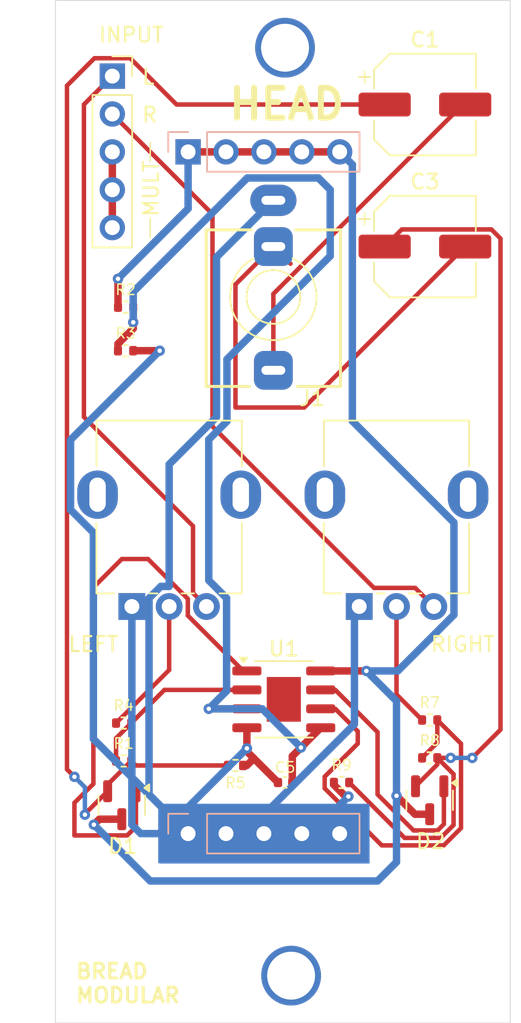
<source format=kicad_pcb>
(kicad_pcb (version 20240108) (generator "pcbnew") (generator_version "8.0")
  (layers (0 "F.Cu" signal) (31 "B.Cu" signal) (34 "B.Paste" user) (35 "F.Paste" user) (36 "B.SilkS" user "B.Silkscreen") (37 "F.SilkS" user "F.Silkscreen") (38 "B.Mask" user) (39 "F.Mask" user) (44 "Edge.Cuts" user))
  (net 0 "")
  (net 1 "GND")
  (net 2 "+5V")
  (net 3 "Net-(C1-Pad1)")
  (net 4 "OUT_L")
  (net 5 "Net-(C3-Pad1)")
  (net 6 "OUT_R")
  (net 7 "+2.5V")
  (net 8 "Net-(D1-K-Pad1)")
  (net 9 "Net-(D2-K-Pad1)")
  (net 10 "Net-(INPUT1-Pin_3)")
  (net 11 "IN_L")
  (net 12 "IN_R")
  (net 13 "Net-(U1A--)")
  (net 14 "Net-(R4-Pad1)")
  (net 15 "Net-(U1B--)")
  (net 16 "Net-(R7-Pad1)")
  (footprint "Resistor_SMD:R_0402_1005Metric" (layer "F.Cu") (at 51.689 64.135)
    (property "Reference" "R3" (at 0 -1.17 0) (layer "F.SilkS") (effects (font (size 0.7 0.7) (thickness 0.1))))
    (property "Value" "1k")
    (fp_line (start -0.153641 -0.38) (end 0.153641 -0.38) (stroke (width 0.12)) (layer "F.SilkS"))
    (fp_line (start -0.153641 0.38) (end 0.153641 0.38) (stroke (width 0.12)) (layer "F.SilkS"))
    (pad "1" smd roundrect (at -0.51 0) (size 0.54 0.64) (layers "F.Cu" "F.Paste" "F.Mask") (net 7 "+2.5V"))
    (pad "2" smd roundrect (at 0.51 0) (size 0.54 0.64) (layers "F.Cu" "F.Paste" "F.Mask") (net 1 "GND"))
  )
  (footprint "Resistor_SMD:R_0402_1005Metric" (layer "F.Cu") (at 72.075 88.9)
    (property "Reference" "R7" (at 0 -1.17 0) (layer "F.SilkS") (effects (font (size 0.7 0.7) (thickness 0.1))))
    (property "Value" "100k")
    (fp_line (start -0.153641 -0.38) (end 0.153641 -0.38) (stroke (width 0.12)) (layer "F.SilkS"))
    (fp_line (start -0.153641 0.38) (end 0.153641 0.38) (stroke (width 0.12)) (layer "F.SilkS"))
    (pad "1" smd roundrect (at -0.51 0) (size 0.54 0.64) (layers "F.Cu" "F.Paste" "F.Mask") (net 16 "Net-(R7-Pad1)"))
    (pad "2" smd roundrect (at 0.51 0) (size 0.54 0.64) (layers "F.Cu" "F.Paste" "F.Mask") (net 15 "Net-(U1B--)"))
  )
  (footprint "BreadModular_Pots:Potentiometer_RV09" (layer "F.Cu") (at 67.35 81.29 90)
    (property "Reference" "RIGHT" (at -2.53 6.945 180) (layer "F.SilkS"))
    (property "Value" "50k")
    (fp_line (start 0.88 -2.38) (end 5.6 -2.38) (stroke (width 0.12)) (layer "F.SilkS"))
    (fp_line (start 9.41 -2.37) (end 12.47 -2.37) (stroke (width 0.12)) (layer "F.SilkS"))
    (fp_line (start 0.88 -1.19) (end 0.88 -2.37) (stroke (width 0.12)) (layer "F.SilkS"))
    (fp_line (start 0.88 1.71) (end 0.88 1.18) (stroke (width 0.12)) (layer "F.SilkS"))
    (fp_line (start 0.88 4.16) (end 0.88 3.33) (stroke (width 0.12)) (layer "F.SilkS"))
    (fp_line (start 12.47 7.37) (end 12.47 -2.37) (stroke (width 0.12)) (layer "F.SilkS"))
    (fp_line (start 9.41 7.37) (end 12.47 7.37) (stroke (width 0.12)) (layer "F.SilkS"))
    (fp_line (start 0.88 7.37) (end 0.88 5.88) (stroke (width 0.12)) (layer "F.SilkS"))
    (fp_line (start 0.88 7.37) (end 5.6 7.37) (stroke (width 0.12)) (layer "F.SilkS"))
    (pad "" thru_hole oval (at 7.5 -2.3 180) (size 2.72 3.24) (drill oval 1.1 2.3) (layers "*.Cu" "*.Mask"))
    (pad "" thru_hole oval (at 7.5 7.3 180) (size 2.72 3.24) (drill oval 1.1 2.3) (layers "*.Cu" "*.Mask"))
    (pad "1" thru_hole rect (at 0 0 180) (size 1.8 1.8) (drill 1) (layers "*.Cu" "*.Mask") (net 1 "GND"))
    (pad "2" thru_hole circle (at 0 2.5 180) (size 1.8 1.8) (drill 1) (layers "*.Cu" "*.Mask") (net 16 "Net-(R7-Pad1)"))
    (pad "3" thru_hole circle (at 0 5 180) (size 1.8 1.8) (drill 1) (layers "*.Cu" "*.Mask") (net 12 "IN_R"))
  )
  (footprint "Connector_PinSocket_2.54mm:PinSocket_1x05_P2.54mm_Vertical" (layer "F.Cu") (at 50.8 45.72)
    (property "Reference" "INPUT" (at 1.27 -2.77 0) (layer "F.SilkS"))
    (property "Value" "Conn_01x05_Socket")
    (fp_line (start -1.33 1.27) (end -1.33 11.49) (stroke (width 0.12)) (layer "F.SilkS"))
    (fp_line (start -1.33 1.27) (end 1.33 1.27) (stroke (width 0.12)) (layer "F.SilkS"))
    (fp_line (start -1.33 11.49) (end 1.33 11.49) (stroke (width 0.12)) (layer "F.SilkS"))
    (fp_line (start 0 -1.33) (end 1.33 -1.33) (stroke (width 0.12)) (layer "F.SilkS"))
    (fp_line (start 1.33 -1.33) (end 1.33 0) (stroke (width 0.12)) (layer "F.SilkS"))
    (fp_line (start 1.33 1.27) (end 1.33 11.49) (stroke (width 0.12)) (layer "F.SilkS"))
    (pad "1" thru_hole rect (at 0 0) (size 1.7 1.7) (drill 1) (layers "*.Cu" "*.Mask") (net 11 "IN_L"))
    (pad "2" thru_hole oval (at 0 2.54) (size 1.7 1.7) (drill 1) (layers "*.Cu" "*.Mask") (net 12 "IN_R"))
    (pad "3" thru_hole oval (at 0 5.08) (size 1.7 1.7) (drill 1) (layers "*.Cu" "*.Mask") (net 10 "Net-(INPUT1-Pin_3)"))
    (pad "4" thru_hole oval (at 0 7.62) (size 1.7 1.7) (drill 1) (layers "*.Cu" "*.Mask") (net 10 "Net-(INPUT1-Pin_3)"))
    (pad "5" thru_hole oval (at 0 10.16) (size 1.7 1.7) (drill 1) (layers "*.Cu" "*.Mask") (net 10 "Net-(INPUT1-Pin_3)"))
  )
  (footprint "BreadModular_AudioJacks:Jack_3.5mm_QingPu_WQP-PJ366ST_Vertical" (layer "F.Cu") (at 61.595 60.53 180)
    (property "Reference" "J1" (at -2.6 -6.8 360) (layer "F.SilkS"))
    (property "Value" "AudioJack3")
    (fp_line (start 4.5 4.5) (end 4.5 -6) (stroke (width 0.2)) (layer "F.SilkS"))
    (fp_line (start 1.6 -6) (end 4.5 -6) (stroke (width 0.2)) (layer "F.SilkS"))
    (fp_line (start 1.5 4.5) (end 4.5 4.5) (stroke (width 0.2)) (layer "F.SilkS"))
    (fp_line (start -4.5 4.5) (end -1.5 4.5) (stroke (width 0.2)) (layer "F.SilkS"))
    (fp_line (start -4.5 4.5) (end -4.5 -6) (stroke (width 0.2)) (layer "F.SilkS"))
    (fp_line (start -4.5 -6) (end -1.6 -6) (stroke (width 0.2)) (layer "F.SilkS"))
    (fp_arc (start 0 -2.895) (mid 2.817353 -0.665994) (end 1.296263 2.588577) (stroke (width 0.12)) (layer "F.SilkS"))
    (fp_arc (start -1.296263 2.588577) (mid -2.817353 -0.665994) (end 0 -2.895) (stroke (width 0.12)) (layer "F.SilkS"))
    (fp_circle (center 0 0) (end -1.8 0) (stroke (width 0.12)) (fill none) (layer "F.SilkS"))
    (pad "R" thru_hole roundrect (at 0 3.38 180) (size 2.6 2.6) (drill oval 1.6 0.6) (layers "*.Cu" "*.Mask") (net 6 "OUT_R"))
    (pad "S" thru_hole oval (at 0 6.48 180) (size 3.1 2.1) (drill oval 1.6 0.6) (layers "*.Cu" "*.Mask") (net 1 "GND"))
    (pad "T" thru_hole roundrect (at 0 -4.92 180) (size 2.6 2.6) (drill oval 1.6 0.6) (layers "*.Cu" "*.Mask") (net 4 "OUT_L"))
  )
  (footprint "Resistor_SMD:R_0402_1005Metric" (layer "F.Cu") (at 66.165 93.091)
    (property "Reference" "R9" (at 0 -1.17 0) (layer "F.SilkS") (effects (font (size 0.7 0.7) (thickness 0.1))))
    (property "Value" "110")
    (fp_line (start -0.153641 -0.38) (end 0.153641 -0.38) (stroke (width 0.12)) (layer "F.SilkS"))
    (fp_line (start -0.153641 0.38) (end 0.153641 0.38) (stroke (width 0.12)) (layer "F.SilkS"))
    (pad "1" smd roundrect (at -0.51 0) (size 0.54 0.64) (layers "F.Cu" "F.Paste" "F.Mask") (net 1 "GND"))
    (pad "2" smd roundrect (at 0.51 0) (size 0.54 0.64) (layers "F.Cu" "F.Paste" "F.Mask") (net 5 "Net-(C3-Pad1)"))
  )
  (footprint "Capacitor_SMD:CP_Elec_6.3x7.7" (layer "F.Cu") (at 71.755 57.15)
    (property "Reference" "C3" (at 0 -4.35 360) (layer "F.SilkS"))
    (property "Value" "470uf")
    (fp_line (start -4.4375 -1.8475) (end -3.65 -1.8475) (stroke (width 0.12)) (layer "F.SilkS"))
    (fp_line (start -4.04375 -2.24125) (end -4.04375 -1.45375) (stroke (width 0.12)) (layer "F.SilkS"))
    (fp_line (start -3.41 -2.345563) (end -3.41 -1.06) (stroke (width 0.12)) (layer "F.SilkS"))
    (fp_line (start -3.41 -2.345563) (end -2.345563 -3.41) (stroke (width 0.12)) (layer "F.SilkS"))
    (fp_line (start -3.41 2.345563) (end -3.41 1.06) (stroke (width 0.12)) (layer "F.SilkS"))
    (fp_line (start -3.41 2.345563) (end -2.345563 3.41) (stroke (width 0.12)) (layer "F.SilkS"))
    (fp_line (start -2.345563 -3.41) (end 3.41 -3.41) (stroke (width 0.12)) (layer "F.SilkS"))
    (fp_line (start -2.345563 3.41) (end 3.41 3.41) (stroke (width 0.12)) (layer "F.SilkS"))
    (fp_line (start 3.41 -3.41) (end 3.41 -1.06) (stroke (width 0.12)) (layer "F.SilkS"))
    (fp_line (start 3.41 3.41) (end 3.41 1.06) (stroke (width 0.12)) (layer "F.SilkS"))
    (pad "1" smd roundrect (at -2.7 0) (size 3.5 1.6) (layers "F.Cu" "F.Paste" "F.Mask") (roundrect_rratio 0.15625) (net 5 "Net-(C3-Pad1)"))
    (pad "2" smd roundrect (at 2.7 0) (size 3.5 1.6) (layers "F.Cu" "F.Paste" "F.Mask") (roundrect_rratio 0.15625) (net 6 "OUT_R"))
  )
  (footprint "Resistor_SMD:R_0402_1005Metric" (layer "F.Cu") (at 51.691 61.214)
    (property "Reference" "R2" (at 0 -1.17 0) (layer "F.SilkS") (effects (font (size 0.7 0.7) (thickness 0.1))))
    (property "Value" "1k")
    (fp_line (start -0.153641 -0.38) (end 0.153641 -0.38) (stroke (width 0.12)) (layer "F.SilkS"))
    (fp_line (start -0.153641 0.38) (end 0.153641 0.38) (stroke (width 0.12)) (layer "F.SilkS"))
    (pad "1" smd roundrect (at -0.51 0) (size 0.54 0.64) (layers "F.Cu" "F.Paste" "F.Mask") (net 2 "+5V"))
    (pad "2" smd roundrect (at 0.51 0) (size 0.54 0.64) (layers "F.Cu" "F.Paste" "F.Mask") (net 7 "+2.5V"))
  )
  (footprint "Resistor_SMD:R_0402_1005Metric" (layer "F.Cu") (at 51.56 91.6455)
    (property "Reference" "R1" (at 0 -1.17 0) (layer "F.SilkS") (effects (font (size 0.7 0.7) (thickness 0.1))))
    (property "Value" "22k")
    (fp_line (start -0.153641 -0.38) (end 0.153641 -0.38) (stroke (width 0.12)) (layer "F.SilkS"))
    (fp_line (start -0.153641 0.38) (end 0.153641 0.38) (stroke (width 0.12)) (layer "F.SilkS"))
    (pad "1" smd roundrect (at -0.51 0) (size 0.54 0.64) (layers "F.Cu" "F.Paste" "F.Mask") (net 13 "Net-(U1A--)"))
    (pad "2" smd roundrect (at 0.51 0) (size 0.54 0.64) (layers "F.Cu" "F.Paste" "F.Mask") (net 3 "Net-(C1-Pad1)"))
  )
  (footprint "Package_SO:SOIC-8-1EP_3.9x4.9mm_P1.27mm_EP2.29x3mm" (layer "F.Cu") (at 62.295 87.515)
    (property "Reference" "U1" (at 0 -3.4 0) (layer "F.SilkS"))
    (property "Value" "MCP6002-xSN")
    (fp_line (start 0 -2.56) (end -1.95 -2.56) (stroke (width 0.12)) (layer "F.SilkS"))
    (fp_line (start 0 -2.56) (end 1.95 -2.56) (stroke (width 0.12)) (layer "F.SilkS"))
    (fp_line (start 0 2.56) (end -1.95 2.56) (stroke (width 0.12)) (layer "F.SilkS"))
    (fp_line (start 0 2.56) (end 1.95 2.56) (stroke (width 0.12)) (layer "F.SilkS"))
    (fp_poly (pts (xy -2.7 -2.465) (xy -2.94 -2.795) (xy -2.46 -2.795) (xy -2.7 -2.465)) (stroke (width 0.12)) (fill solid) (layer "F.SilkS"))
    (pad "1" smd roundrect (at -2.475 -1.905) (size 1.95 0.6) (layers "F.Cu" "F.Paste" "F.Mask") (net 8 "Net-(D1-K-Pad1)"))
    (pad "2" smd roundrect (at -2.475 -0.635) (size 1.95 0.6) (layers "F.Cu" "F.Paste" "F.Mask") (net 13 "Net-(U1A--)"))
    (pad "3" smd roundrect (at -2.475 0.635) (size 1.95 0.6) (layers "F.Cu" "F.Paste" "F.Mask") (net 7 "+2.5V"))
    (pad "4" smd roundrect (at -2.475 1.905) (size 1.95 0.6) (layers "F.Cu" "F.Paste" "F.Mask") (net 1 "GND"))
    (pad "5" smd roundrect (at 2.475 1.905) (size 1.95 0.6) (layers "F.Cu" "F.Paste" "F.Mask") (net 7 "+2.5V"))
    (pad "6" smd roundrect (at 2.475 0.635) (size 1.95 0.6) (layers "F.Cu" "F.Paste" "F.Mask") (net 15 "Net-(U1B--)"))
    (pad "7" smd roundrect (at 2.475 -0.635) (size 1.95 0.6) (layers "F.Cu" "F.Paste" "F.Mask") (net 9 "Net-(D2-K-Pad1)"))
    (pad "8" smd roundrect (at 2.475 -1.905) (size 1.95 0.6) (layers "F.Cu" "F.Paste" "F.Mask") (net 2 "+5V"))
    (pad "9" smd rect (at 0 0) (size 2.29 3) (property pad_prop_heatsink) (layers "F.Cu" "F.Mask"))
  )
  (footprint "Resistor_SMD:R_0402_1005Metric" (layer "F.Cu") (at 51.56 89.1055)
    (property "Reference" "R4" (at 0 -1.17 0) (layer "F.SilkS") (effects (font (size 0.7 0.7) (thickness 0.1))))
    (property "Value" "100k")
    (fp_line (start -0.153641 -0.38) (end 0.153641 -0.38) (stroke (width 0.12)) (layer "F.SilkS"))
    (fp_line (start -0.153641 0.38) (end 0.153641 0.38) (stroke (width 0.12)) (layer "F.SilkS"))
    (pad "1" smd roundrect (at -0.51 0) (size 0.54 0.64) (layers "F.Cu" "F.Paste" "F.Mask") (net 14 "Net-(R4-Pad1)"))
    (pad "2" smd roundrect (at 0.51 0) (size 0.54 0.64) (layers "F.Cu" "F.Paste" "F.Mask") (net 13 "Net-(U1A--)"))
  )
  (footprint "Resistor_SMD:R_0402_1005Metric" (layer "F.Cu") (at 72.075 91.44)
    (property "Reference" "R8" (at 0 -1.17 0) (layer "F.SilkS") (effects (font (size 0.7 0.7) (thickness 0.1))))
    (property "Value" "22k")
    (fp_line (start -0.153641 -0.38) (end 0.153641 -0.38) (stroke (width 0.12)) (layer "F.SilkS"))
    (fp_line (start -0.153641 0.38) (end 0.153641 0.38) (stroke (width 0.12)) (layer "F.SilkS"))
    (pad "1" smd roundrect (at -0.51 0) (size 0.54 0.64) (layers "F.Cu" "F.Paste" "F.Mask") (net 15 "Net-(U1B--)"))
    (pad "2" smd roundrect (at 0.51 0) (size 0.54 0.64) (layers "F.Cu" "F.Paste" "F.Mask") (net 5 "Net-(C3-Pad1)"))
  )
  (footprint "Package_TO_SOT_SMD:SOT-23" (layer "F.Cu") (at 72.075 94.2825 -90)
    (property "Reference" "D2" (at 2.7455 -0.061 180) (layer "F.SilkS"))
    (property "Value" "SS8050")
    (fp_line (start 0 1.56) (end -0.65 1.56) (stroke (width 0.12)) (layer "F.SilkS"))
    (fp_line (start 0 1.56) (end 0.65 1.56) (stroke (width 0.12)) (layer "F.SilkS"))
    (fp_line (start 0 -1.56) (end -0.65 -1.56) (stroke (width 0.12)) (layer "F.SilkS"))
    (fp_line (start 0 -1.56) (end 0.65 -1.56) (stroke (width 0.12)) (layer "F.SilkS"))
    (fp_poly (pts (xy -1.1625 -1.51) (xy -1.4025 -1.84) (xy -0.9225 -1.84) (xy -1.1625 -1.51)) (stroke (width 0.12)) (fill solid) (layer "F.SilkS"))
    (pad "1" smd roundrect (at -0.9375 -0.95 270) (size 1.475 0.6) (layers "F.Cu" "F.Paste" "F.Mask") (net 9 "Net-(D2-K-Pad1)"))
    (pad "2" smd roundrect (at -0.9375 0.95 270) (size 1.475 0.6) (layers "F.Cu" "F.Paste" "F.Mask") (net 5 "Net-(C3-Pad1)"))
    (pad "3" smd roundrect (at 0.9375 0 270) (size 1.475 0.6) (layers "F.Cu" "F.Paste" "F.Mask") (net 2 "+5V"))
  )
  (footprint "Resistor_SMD:R_0402_1005Metric" (layer "F.Cu") (at 59.055 91.95 180)
    (property "Reference" "R5" (at 0 -1.17 360) (layer "F.SilkS") (effects (font (size 0.7 0.7) (thickness 0.1))))
    (property "Value" "110")
    (fp_line (start -0.153641 0.38) (end 0.153641 0.38) (stroke (width 0.12)) (layer "F.SilkS"))
    (fp_line (start -0.153641 -0.38) (end 0.153641 -0.38) (stroke (width 0.12)) (layer "F.SilkS"))
    (pad "1" smd roundrect (at -0.51 0 180) (size 0.54 0.64) (layers "F.Cu" "F.Paste" "F.Mask") (net 1 "GND"))
    (pad "2" smd roundrect (at 0.51 0 180) (size 0.54 0.64) (layers "F.Cu" "F.Paste" "F.Mask") (net 3 "Net-(C1-Pad1)"))
  )
  (footprint "Package_TO_SOT_SMD:SOT-23" (layer "F.Cu") (at 51.435 94.615 -90)
    (property "Reference" "D1" (at 2.7455 -0.061 180) (layer "F.SilkS"))
    (property "Value" "SS8050")
    (fp_line (start 0 1.56) (end -0.65 1.56) (stroke (width 0.12)) (layer "F.SilkS"))
    (fp_line (start 0 1.56) (end 0.65 1.56) (stroke (width 0.12)) (layer "F.SilkS"))
    (fp_line (start 0 -1.56) (end -0.65 -1.56) (stroke (width 0.12)) (layer "F.SilkS"))
    (fp_line (start 0 -1.56) (end 0.65 -1.56) (stroke (width 0.12)) (layer "F.SilkS"))
    (fp_poly (pts (xy -1.1625 -1.51) (xy -1.4025 -1.84) (xy -0.9225 -1.84) (xy -1.1625 -1.51)) (stroke (width 0.12)) (fill solid) (layer "F.SilkS"))
    (pad "1" smd roundrect (at -0.9375 -0.95 270) (size 1.475 0.6) (layers "F.Cu" "F.Paste" "F.Mask") (net 8 "Net-(D1-K-Pad1)"))
    (pad "2" smd roundrect (at -0.9375 0.95 270) (size 1.475 0.6) (layers "F.Cu" "F.Paste" "F.Mask") (net 3 "Net-(C1-Pad1)"))
    (pad "3" smd roundrect (at 0.9375 0 270) (size 1.475 0.6) (layers "F.Cu" "F.Paste" "F.Mask") (net 2 "+5V"))
  )
  (footprint "BreadModular_Pots:Potentiometer_RV09" (layer "F.Cu") (at 52.11 81.29 90)
    (property "Reference" "LEFT" (at -2.53 -2.58 180) (layer "F.SilkS"))
    (property "Value" "50k")
    (fp_line (start 0.88 -2.38) (end 5.6 -2.38) (stroke (width 0.12)) (layer "F.SilkS"))
    (fp_line (start 9.41 -2.37) (end 12.47 -2.37) (stroke (width 0.12)) (layer "F.SilkS"))
    (fp_line (start 0.88 -1.19) (end 0.88 -2.37) (stroke (width 0.12)) (layer "F.SilkS"))
    (fp_line (start 0.88 1.71) (end 0.88 1.18) (stroke (width 0.12)) (layer "F.SilkS"))
    (fp_line (start 0.88 4.16) (end 0.88 3.33) (stroke (width 0.12)) (layer "F.SilkS"))
    (fp_line (start 12.47 7.37) (end 12.47 -2.37) (stroke (width 0.12)) (layer "F.SilkS"))
    (fp_line (start 9.41 7.37) (end 12.47 7.37) (stroke (width 0.12)) (layer "F.SilkS"))
    (fp_line (start 0.88 7.37) (end 0.88 5.88) (stroke (width 0.12)) (layer "F.SilkS"))
    (fp_line (start 0.88 7.37) (end 5.6 7.37) (stroke (width 0.12)) (layer "F.SilkS"))
    (pad "" thru_hole oval (at 7.5 -2.3 180) (size 2.72 3.24) (drill oval 1.1 2.3) (layers "*.Cu" "*.Mask"))
    (pad "" thru_hole oval (at 7.5 7.3 180) (size 2.72 3.24) (drill oval 1.1 2.3) (layers "*.Cu" "*.Mask"))
    (pad "1" thru_hole rect (at 0 0 180) (size 1.8 1.8) (drill 1) (layers "*.Cu" "*.Mask") (net 1 "GND"))
    (pad "2" thru_hole circle (at 0 2.5 180) (size 1.8 1.8) (drill 1) (layers "*.Cu" "*.Mask") (net 14 "Net-(R4-Pad1)"))
    (pad "3" thru_hole circle (at 0 5 180) (size 1.8 1.8) (drill 1) (layers "*.Cu" "*.Mask") (net 11 "IN_L"))
  )
  (footprint "Capacitor_SMD:CP_Elec_6.3x7.7" (layer "F.Cu") (at 71.755 47.625)
    (property "Reference" "C1" (at 0 -4.35 0) (layer "F.SilkS"))
    (property "Value" "470uf")
    (fp_line (start -4.4375 -1.8475) (end -3.65 -1.8475) (stroke (width 0.12)) (layer "F.SilkS"))
    (fp_line (start -4.04375 -2.24125) (end -4.04375 -1.45375) (stroke (width 0.12)) (layer "F.SilkS"))
    (fp_line (start -3.41 -2.345563) (end -3.41 -1.06) (stroke (width 0.12)) (layer "F.SilkS"))
    (fp_line (start -3.41 -2.345563) (end -2.345563 -3.41) (stroke (width 0.12)) (layer "F.SilkS"))
    (fp_line (start -3.41 2.345563) (end -3.41 1.06) (stroke (width 0.12)) (layer "F.SilkS"))
    (fp_line (start -3.41 2.345563) (end -2.345563 3.41) (stroke (width 0.12)) (layer "F.SilkS"))
    (fp_line (start -2.345563 -3.41) (end 3.41 -3.41) (stroke (width 0.12)) (layer "F.SilkS"))
    (fp_line (start -2.345563 3.41) (end 3.41 3.41) (stroke (width 0.12)) (layer "F.SilkS"))
    (fp_line (start 3.41 -3.41) (end 3.41 -1.06) (stroke (width 0.12)) (layer "F.SilkS"))
    (fp_line (start 3.41 3.41) (end 3.41 1.06) (stroke (width 0.12)) (layer "F.SilkS"))
    (pad "1" smd roundrect (at -2.7 0) (size 3.5 1.6) (layers "F.Cu" "F.Paste" "F.Mask") (roundrect_rratio 0.15625) (net 3 "Net-(C1-Pad1)"))
    (pad "2" smd roundrect (at 2.7 0) (size 3.5 1.6) (layers "F.Cu" "F.Paste" "F.Mask") (roundrect_rratio 0.15625) (net 4 "OUT_L"))
  )
  (footprint "Capacitor_SMD:C_0402_1005Metric" (layer "F.Cu") (at 62.385 93.091)
    (property "Reference" "C5" (at 0 -1.016 0) (layer "F.SilkS") (effects (font (size 0.7 0.7) (thickness 0.1))))
    (property "Value" "0.1uf")
    (fp_line (start -0.107836 -0.36) (end 0.107836 -0.36) (stroke (width 0.12)) (layer "F.SilkS"))
    (fp_line (start -0.107836 0.36) (end 0.107836 0.36) (stroke (width 0.12)) (layer "F.SilkS"))
    (pad "1" smd roundrect (at -0.48 0) (size 0.56 0.62) (layers "F.Cu" "F.Paste" "F.Mask") (net 1 "GND"))
    (pad "2" smd roundrect (at 0.48 0) (size 0.56 0.62) (layers "F.Cu" "F.Paste" "F.Mask") (net 7 "+2.5V"))
  )
  (footprint "Connector_PinHeader_2.54mm:PinHeader_1x05_P2.54mm_Vertical" (layer "B.Cu") (at 55.88 96.52 -90)
    (property "Reference" "GND1" (hide yes))
    (property "Value" "Conn_01x05_Pin")
    (fp_line (start -1.33 1.33) (end -1.33 0) (stroke (width 0.12)) (layer "B.SilkS"))
    (fp_line (start 0 1.33) (end -1.33 1.33) (stroke (width 0.12)) (layer "B.SilkS"))
    (fp_line (start 1.33 -1.27) (end -1.33 -1.27) (stroke (width 0.12)) (layer "B.SilkS"))
    (fp_line (start -1.33 -11.49) (end -1.33 -1.27) (stroke (width 0.12)) (layer "B.SilkS"))
    (fp_line (start 1.33 -11.49) (end 1.33 -1.27) (stroke (width 0.12)) (layer "B.SilkS"))
    (fp_line (start 1.33 -11.49) (end -1.33 -11.49) (stroke (width 0.12)) (layer "B.SilkS"))
    (pad "1" thru_hole rect (at 0 0 270) (size 1.7 1.7) (drill 1) (layers "*.Cu" "*.Mask") (net 1 "GND"))
    (pad "2" thru_hole oval (at 0 -2.54 270) (size 1.7 1.7) (drill 1) (layers "*.Cu" "*.Mask") (net 1 "GND"))
    (pad "3" thru_hole oval (at 0 -5.08 270) (size 1.7 1.7) (drill 1) (layers "*.Cu" "*.Mask") (net 1 "GND"))
    (pad "4" thru_hole oval (at 0 -7.62 270) (size 1.7 1.7) (drill 1) (layers "*.Cu" "*.Mask") (net 1 "GND"))
    (pad "5" thru_hole oval (at 0 -10.16 270) (size 1.7 1.7) (drill 1) (layers "*.Cu" "*.Mask") (net 1 "GND"))
  )
  (footprint "Connector_PinHeader_2.54mm:PinHeader_1x05_P2.54mm_Vertical" (layer "B.Cu") (at 55.88 50.8 -90)
    (property "Reference" "5V1" (hide yes))
    (property "Value" "Conn_01x05_Pin")
    (fp_line (start -1.33 1.33) (end -1.33 0) (stroke (width 0.12)) (layer "B.SilkS"))
    (fp_line (start 0 1.33) (end -1.33 1.33) (stroke (width 0.12)) (layer "B.SilkS"))
    (fp_line (start 1.33 -1.27) (end -1.33 -1.27) (stroke (width 0.12)) (layer "B.SilkS"))
    (fp_line (start -1.33 -11.49) (end -1.33 -1.27) (stroke (width 0.12)) (layer "B.SilkS"))
    (fp_line (start 1.33 -11.49) (end 1.33 -1.27) (stroke (width 0.12)) (layer "B.SilkS"))
    (fp_line (start 1.33 -11.49) (end -1.33 -11.49) (stroke (width 0.12)) (layer "B.SilkS"))
    (pad "1" thru_hole rect (at 0 0 270) (size 1.7 1.7) (drill 1) (layers "*.Cu" "*.Mask") (net 2 "+5V"))
    (pad "2" thru_hole oval (at 0 -2.54 270) (size 1.7 1.7) (drill 1) (layers "*.Cu" "*.Mask") (net 2 "+5V"))
    (pad "3" thru_hole oval (at 0 -5.08 270) (size 1.7 1.7) (drill 1) (layers "*.Cu" "*.Mask") (net 2 "+5V"))
    (pad "4" thru_hole oval (at 0 -7.62 270) (size 1.7 1.7) (drill 1) (layers "*.Cu" "*.Mask") (net 2 "+5V"))
    (pad "5" thru_hole oval (at 0 -10.16 270) (size 1.7 1.7) (drill 1) (layers "*.Cu" "*.Mask") (net 2 "+5V"))
  )
  (gr_poly (pts (xy 53.975 94.615) (xy 67.945 94.615) (xy 67.945 98.425) (xy 53.975 98.425)) (stroke (width 0.2)) (fill solid) (layer "B.Cu") (net 1))
  (gr_line (start 53.34 51.435) (end 53.34 50.165) (stroke (width 0.1)) (layer "F.SilkS"))
  (gr_line (start 53.34 55.245) (end 53.34 56.515) (stroke (width 0.1)) (layer "F.SilkS"))
  (gr_line (start 46.99 109.22) (end 77.47 109.22) (stroke (width 0.05)) (layer "Edge.Cuts"))
  (gr_line (start 77.47 40.64) (end 46.99 40.64) (stroke (width 0.05)) (layer "Edge.Cuts"))
  (gr_line (start 46.99 40.64) (end 46.99 109.22) (stroke (width 0.05)) (layer "Edge.Cuts"))
  (gr_line (start 77.47 109.22) (end 77.47 40.64) (stroke (width 0.05)) (layer "Edge.Cuts"))
  (gr_text "R" (at 52.705 48.895 0) (layer "F.SilkS") (effects (font (size 1 1)) (justify left bottom)))
  (gr_text "HEAD" (at 58.42 48.768 0) (layer "F.SilkS") (effects (font (size 2 2) (thickness 0.4) (bold yes)) (justify left bottom)))
  (gr_text "MULT" (at 53.975 55.245 90) (layer "F.SilkS") (effects (font (size 1 1)) (justify left bottom)))
  (gr_text "L" (at 52.705 46.355 0) (layer "F.SilkS") (effects (font (size 1 1)) (justify left bottom)))
  (gr_text "BREAD\nMODULAR" (at 48.26 107.95 0) (layer "F.SilkS") (effects (font (size 1 1) (thickness 0.2) (bold yes)) (justify left bottom)))
  (via (at 62.37758 43.815) (size 4) (drill 3.2) (layers "F.Cu" "B.Cu") (net 0))
  (via (at 62.784908 106.045) (size 4) (drill 3.2) (layers "F.Cu" "B.Cu") (net 0))
  (via (at 62.37758 43.815) (size 4) (drill 3.2) (layers "F.Cu" "B.Cu") (net 0))
  (via (at 62.784908 106.045) (size 4) (drill 3.2) (layers "F.Cu" "B.Cu") (net 0))
  (via (at 62.784908 106.045) (size 4) (drill 3.2) (layers "F.Cu" "B.Cu") (net 0))
  (via (at 62.784908 106.045) (size 4) (drill 3.2) (layers "F.Cu" "B.Cu") (net 0))
  (via (at 62.37758 43.815) (size 4) (drill 3.2) (layers "F.Cu" "B.Cu") (net 0))
  (via (at 62.37758 43.815) (size 4) (drill 3.2) (layers "F.Cu" "B.Cu") (net 0))
  (segment (start 59.82 89.42) (end 59.82 90.805) (width 0.5) (layer "F.Cu") (net 1))
  (segment (start 52.199 64.135) (end 53.975 64.135) (width 0.5) (layer "F.Cu") (net 1))
  (segment (start 55.88 96.52) (end 66.04 96.52) (width 0.5) (layer "F.Cu") (net 1))
  (segment (start 60.2895 91.4755) (end 61.905 93.091) (width 0.5) (layer "F.Cu") (net 1))
  (segment (start 65.655 93.091) (end 65.655 93.252106) (width 0.5) (layer "F.Cu") (net 1))
  (segment (start 66.433369 94.030475) (end 66.624525 94.030475) (width 0.5) (layer "F.Cu") (net 1))
  (segment (start 59.815 91.95) (end 60.2895 91.4755) (width 0.5) (layer "F.Cu") (net 1))
  (segment (start 59.565 91.95) (end 59.815 91.95) (width 0.5) (layer "F.Cu") (net 1))
  (segment (start 59.82 90.805) (end 59.82 91.006) (width 0.5) (layer "F.Cu") (net 1))
  (segment (start 59.82 91.006) (end 60.2895 91.4755) (width 0.5) (layer "F.Cu") (net 1))
  (segment (start 65.655 93.252106) (end 66.433369 94.030475) (width 0.5) (layer "F.Cu") (net 1))
  (via (at 53.975 64.135) (size 0.7) (drill 0.3) (layers "F.Cu" "B.Cu") (net 1))
  (via (at 66.624525 94.030475) (size 0.7) (drill 0.3) (layers "F.Cu" "B.Cu") (net 1))
  (via (at 59.82 90.805) (size 0.7) (drill 0.3) (layers "F.Cu" "B.Cu") (net 1))
  (segment (start 67.35 81.29) (end 67.03 81.61) (width 0.5) (layer "B.Cu") (net 1))
  (segment (start 54.61 71.755) (end 54.61 79.94) (width 0.5) (layer "B.Cu") (net 1))
  (segment (start 52.11 81.29) (end 52.11 95.925) (width 0.5) (layer "B.Cu") (net 1))
  (segment (start 57.785 57.86) (end 57.785 68.58) (width 0.5) (layer "B.Cu") (net 1))
  (segment (start 52.11 95.925) (end 52.705 96.52) (width 0.5) (layer "B.Cu") (net 1))
  (segment (start 66.624525 94.030475) (end 64.135 96.52) (width 0.5) (layer "B.Cu") (net 1))
  (segment (start 49.53 90.17) (end 55.88 96.52) (width 0.5) (layer "B.Cu") (net 1))
  (segment (start 48 70.11) (end 48 74.799727) (width 0.5) (layer "B.Cu") (net 1))
  (segment (start 64.135 96.52) (end 55.88 96.52) (width 0.5) (layer "B.Cu") (net 1))
  (segment (start 53.26 93.9) (end 55.88 96.52) (width 0.5) (layer "B.Cu") (net 1))
  (segment (start 53.26 80.730811) (end 53.26 93.9) (width 0.5) (layer "B.Cu") (net 1))
  (segment (start 54.61 79.94) (end 54.050811 79.94) (width 0.5) (layer "B.Cu") (net 1))
  (segment (start 53.975 64.135) (end 48 70.11) (width 0.5) (layer "B.Cu") (net 1))
  (segment (start 67.03 89.18) (end 59.69 96.52) (width 0.5) (layer "B.Cu") (net 1))
  (segment (start 52.705 96.52) (end 55.88 96.52) (width 0.5) (layer "B.Cu") (net 1))
  (segment (start 57.785 68.58) (end 54.61 71.755) (width 0.5) (layer "B.Cu") (net 1))
  (segment (start 55.88 94.745) (end 55.88 96.52) (width 0.5) (layer "B.Cu") (net 1))
  (segment (start 61.595 54.05) (end 57.785 57.86) (width 0.5) (layer "B.Cu") (net 1))
  (segment (start 49.53 76.329727) (end 49.53 90.17) (width 0.5) (layer "B.Cu") (net 1))
  (segment (start 54.050811 79.94) (end 53.26 80.730811) (width 0.5) (layer "B.Cu") (net 1))
  (segment (start 59.69 96.52) (end 55.88 96.52) (width 0.5) (layer "B.Cu") (net 1))
  (segment (start 48 74.799727) (end 49.53 76.329727) (width 0.5) (layer "B.Cu") (net 1))
  (segment (start 67.03 81.61) (end 67.03 89.18) (width 0.5) (layer "B.Cu") (net 1))
  (segment (start 59.82 90.805) (end 55.88 94.745) (width 0.5) (layer "B.Cu") (net 1))
  (segment (start 71.09 95.22) (end 69.85 93.98) (width 0.5) (layer "F.Cu") (net 2))
  (segment (start 51.435 95.5525) (end 49.928448 95.5525) (width 0.5) (layer "F.Cu") (net 2))
  (segment (start 67.83 85.61) (end 64.77 85.61) (width 0.5) (layer "F.Cu") (net 2))
  (segment (start 49.928448 95.5525) (end 49.561195 95.919753) (width 0.5) (layer "F.Cu") (net 2))
  (segment (start 72.075 95.22) (end 71.09 95.22) (width 0.5) (layer "F.Cu") (net 2))
  (segment (start 51.181 59.309) (end 51.181 61.214) (width 0.5) (layer "F.Cu") (net 2))
  (segment (start 55.88 50.8) (end 66.04 50.8) (width 0.5) (layer "F.Cu") (net 2))
  (via (at 69.85 93.98) (size 0.7) (drill 0.3) (layers "F.Cu" "B.Cu") (net 2))
  (via (at 67.83 85.61) (size 0.7) (drill 0.3) (layers "F.Cu" "B.Cu") (net 2))
  (via (at 49.561195 95.919753) (size 0.7) (drill 0.3) (layers "F.Cu" "B.Cu") (net 2))
  (via (at 51.181 59.309) (size 0.7) (drill 0.3) (layers "F.Cu" "B.Cu") (net 2))
  (segment (start 73.7 81.849189) (end 73.7 75.659727) (width 0.5) (layer "B.Cu") (net 2))
  (segment (start 49.561195 95.919753) (end 53.336442 99.695) (width 0.5) (layer "B.Cu") (net 2))
  (segment (start 55.88 54.61) (end 55.88 50.8) (width 0.5) (layer "B.Cu") (net 2))
  (segment (start 73.7 75.659727) (end 66.89 68.849727) (width 0.5) (layer "B.Cu") (net 2))
  (segment (start 69.939189 85.61) (end 73.7 81.849189) (width 0.5) (layer "B.Cu") (net 2))
  (segment (start 66.89 68.849727) (end 66.89 51.65) (width 0.5) (layer "B.Cu") (net 2))
  (segment (start 51.181 59.309) (end 55.88 54.61) (width 0.5) (layer "B.Cu") (net 2))
  (segment (start 66.89 51.65) (end 66.04 50.8) (width 0.5) (layer "B.Cu") (net 2))
  (segment (start 69.85 93.98) (end 69.85 87.63) (width 0.5) (layer "B.Cu") (net 2))
  (segment (start 67.83 85.61) (end 69.939189 85.61) (width 0.5) (layer "B.Cu") (net 2))
  (segment (start 53.336442 99.695) (end 68.58 99.695) (width 0.5) (layer "B.Cu") (net 2))
  (segment (start 69.85 87.63) (end 67.83 85.61) (width 0.5) (layer "B.Cu") (net 2))
  (segment (start 68.58 99.695) (end 69.85 98.425) (width 0.5) (layer "B.Cu") (net 2))
  (segment (start 69.85 98.425) (end 69.85 93.98) (width 0.5) (layer "B.Cu") (net 2))
  (segment (start 47.76 92.21) (end 48.26 92.71) (width 0.3) (layer "F.Cu") (net 3))
  (segment (start 58.545 91.95) (end 52.3745 91.95) (width 0.3) (layer "F.Cu") (net 3))
  (segment (start 69.055 47.625) (end 55.105 47.625) (width 0.3) (layer "F.Cu") (net 3))
  (segment (start 52 44.52) (end 49.6 44.52) (width 0.3) (layer "F.Cu") (net 3))
  (segment (start 48.96 95.2025) (end 50.485 93.6775) (width 0.3) (layer "F.Cu") (net 3))
  (segment (start 48.96 95.25) (end 48.96 95.2025) (width 0.3) (layer "F.Cu") (net 3))
  (segment (start 50.485 93.6775) (end 50.485 93.2305) (width 0.3) (layer "F.Cu") (net 3))
  (segment (start 49.6 44.52) (end 47.76 46.36) (width 0.3) (layer "F.Cu") (net 3))
  (segment (start 52.3745 91.95) (end 52.07 91.6455) (width 0.3) (layer "F.Cu") (net 3))
  (segment (start 55.105 47.625) (end 52 44.52) (width 0.3) (layer "F.Cu") (net 3))
  (segment (start 50.485 93.2305) (end 52.07 91.6455) (width 0.3) (layer "F.Cu") (net 3))
  (segment (start 47.76 46.36) (end 47.76 92.21) (width 0.3) (layer "F.Cu") (net 3))
  (via (at 48.96 95.25) (size 0.7) (drill 0.3) (layers "F.Cu" "B.Cu") (net 3))
  (via (at 48.26 92.71) (size 0.7) (drill 0.3) (layers "F.Cu" "B.Cu") (net 3))
  (segment (start 48.96 93.41) (end 48.96 95.25) (width 0.3) (layer "B.Cu") (net 3))
  (segment (start 48.26 92.71) (end 48.96 93.41) (width 0.3) (layer "B.Cu") (net 3))
  (segment (start 61.595 65.45) (end 61.595 60.325) (width 0.3) (layer "F.Cu") (net 4))
  (segment (start 61.595 60.325) (end 74.295 47.625) (width 0.3) (layer "F.Cu") (net 4))
  (segment (start 74.295 47.625) (end 74.455 47.625) (width 0.3) (layer "F.Cu") (net 4))
  (segment (start 72.585 91.44) (end 73.675 92.53) (width 0.3) (layer "F.Cu") (net 5))
  (segment (start 72.809607 96.8075) (end 70.3915 96.8075) (width 0.3) (layer "F.Cu") (net 5))
  (segment (start 70.3915 96.8075) (end 66.675 93.091) (width 0.3) (layer "F.Cu") (net 5))
  (segment (start 69.055 57.15) (end 70.205 56) (width 0.3) (layer "F.Cu") (net 5))
  (segment (start 72.585 91.44) (end 72.585 91.885) (width 0.3) (layer "F.Cu") (net 5))
  (segment (start 76.210456 56) (end 76.82 56.609544) (width 0.3) (layer "F.Cu") (net 5))
  (segment (start 73.475 91.44) (end 72.585 91.44) (width 0.3) (layer "F.Cu") (net 5))
  (segment (start 72.585 91.885) (end 71.125 93.345) (width 0.3) (layer "F.Cu") (net 5))
  (segment (start 73.675 92.53) (end 73.675 95.942107) (width 0.3) (layer "F.Cu") (net 5))
  (segment (start 73.675 95.942107) (end 72.809607 96.8075) (width 0.3) (layer "F.Cu") (net 5))
  (segment (start 76.82 89.55) (end 74.93 91.44) (width 0.3) (layer "F.Cu") (net 5))
  (segment (start 70.205 56) (end 76.210456 56) (width 0.3) (layer "F.Cu") (net 5))
  (segment (start 76.82 56.609544) (end 76.82 89.55) (width 0.3) (layer "F.Cu") (net 5))
  (via (at 73.475 91.44) (size 0.7) (drill 0.3) (layers "F.Cu" "B.Cu") (net 5))
  (via (at 74.93 91.44) (size 0.7) (drill 0.3) (layers "F.Cu" "B.Cu") (net 5))
  (segment (start 74.93 91.44) (end 73.475 91.44) (width 0.3) (layer "B.Cu") (net 5))
  (segment (start 59.055 67.945) (end 59.055 59.69) (width 0.3) (layer "F.Cu") (net 6))
  (segment (start 62.745 58.3) (end 61.595 57.15) (width 0.3) (layer "F.Cu") (net 6))
  (segment (start 74.455 57.15) (end 63.66 67.945) (width 0.3) (layer "F.Cu") (net 6))
  (segment (start 59.055 59.69) (end 61.595 57.15) (width 0.3) (layer "F.Cu") (net 6))
  (segment (start 63.66 67.945) (end 59.055 67.945) (width 0.3) (layer "F.Cu") (net 6))
  (segment (start 52.201 62.23) (end 52.201 62.65) (width 0.5) (layer "F.Cu") (net 7))
  (segment (start 63.4425 90.7475) (end 64.77 89.42) (width 0.5) (layer "F.Cu") (net 7))
  (segment (start 62.865 93.091) (end 62.865 91.325) (width 0.5) (layer "F.Cu") (net 7))
  (segment (start 51.179 63.672) (end 51.179 64.135) (width 0.5) (layer "F.Cu") (net 7))
  (segment (start 57.265 88.15) (end 59.82 88.15) (width 0.5) (layer "F.Cu") (net 7))
  (segment (start 62.865 91.325) (end 63.4425 90.7475) (width 0.5) (layer "F.Cu") (net 7))
  (segment (start 52.201 62.65) (end 51.179 63.672) (width 0.5) (layer "F.Cu") (net 7))
  (segment (start 52.201 61.214) (end 52.201 62.23) (width 0.5) (layer "F.Cu") (net 7))
  (via (at 57.265 88.15) (size 0.7) (drill 0.3) (layers "F.Cu" "B.Cu") (net 7))
  (via (at 52.201 62.23) (size 0.7) (drill 0.3) (layers "F.Cu" "B.Cu") (net 7))
  (via (at 63.4425 90.7475) (size 0.7) (drill 0.3) (layers "F.Cu" "B.Cu") (net 7))
  (segment (start 63.4425 90.7475) (end 60.845 88.15) (width 0.5) (layer "B.Cu") (net 7))
  (segment (start 65.405 57.785) (end 65.405 53.34) (width 0.5) (layer "B.Cu") (net 7))
  (segment (start 58.485 68.86995) (end 58.485 64.705) (width 0.5) (layer "B.Cu") (net 7))
  (segment (start 52.201 60.19084) (end 52.201 62.23) (width 0.5) (layer "B.Cu") (net 7))
  (segment (start 58.485 64.705) (end 65.405 57.785) (width 0.5) (layer "B.Cu") (net 7))
  (segment (start 64.615 52.55) (end 59.84184 52.55) (width 0.5) (layer "B.Cu") (net 7))
  (segment (start 59.84184 52.55) (end 52.201 60.19084) (width 0.5) (layer "B.Cu") (net 7))
  (segment (start 57.265 79.535811) (end 57.265 70.08995) (width 0.5) (layer "B.Cu") (net 7))
  (segment (start 65.405 53.34) (end 64.615 52.55) (width 0.5) (layer "B.Cu") (net 7))
  (segment (start 57.265 88.15) (end 58.46 86.955) (width 0.5) (layer "B.Cu") (net 7))
  (segment (start 57.265 70.08995) (end 58.485 68.86995) (width 0.5) (layer "B.Cu") (net 7))
  (segment (start 60.845 88.15) (end 57.265 88.15) (width 0.5) (layer "B.Cu") (net 7))
  (segment (start 58.46 86.955) (end 58.46 80.730811) (width 0.5) (layer "B.Cu") (net 7))
  (segment (start 58.46 80.730811) (end 57.265 79.535811) (width 0.5) (layer "B.Cu") (net 7))
  (segment (start 48.26 96.64) (end 48.26 94.453738) (width 0.3) (layer "F.Cu") (net 8))
  (segment (start 48.26 94.453738) (end 49.53 93.183738) (width 0.3) (layer "F.Cu") (net 8))
  (segment (start 51.796262 96.64) (end 48.26 96.64) (width 0.3) (layer "F.Cu") (net 8))
  (segment (start 55.86 81.895) (end 59.575 85.61) (width 0.3) (layer "F.Cu") (net 8))
  (segment (start 52.385 96.051262) (end 51.796262 96.64) (width 0.3) (layer "F.Cu") (net 8))
  (segment (start 52.385 93.6775) (end 52.385 96.051262) (width 0.3) (layer "F.Cu") (net 8))
  (segment (start 53.192767 78.105) (end 55.86 80.772233) (width 0.3) (layer "F.Cu") (net 8))
  (segment (start 51.435 78.105) (end 53.192767 78.105) (width 0.3) (layer "F.Cu") (net 8))
  (segment (start 55.86 80.772233) (end 55.86 81.895) (width 0.3) (layer "F.Cu") (net 8))
  (segment (start 49.53 93.183738) (end 49.53 80.01) (width 0.3) (layer "F.Cu") (net 8))
  (segment (start 59.575 85.61) (end 59.82 85.61) (width 0.3) (layer "F.Cu") (net 8))
  (segment (start 49.53 80.01) (end 51.435 78.105) (width 0.3) (layer "F.Cu") (net 8))
  (segment (start 65.744999 86.88) (end 68.58 89.715001) (width 0.3) (layer "F.Cu") (net 9))
  (segment (start 68.58 93.894381) (end 70.993119 96.3075) (width 0.3) (layer "F.Cu") (net 9))
  (segment (start 68.58 89.715001) (end 68.58 93.894381) (width 0.3) (layer "F.Cu") (net 9))
  (segment (start 73.025 95.885) (end 73.025 93.345) (width 0.3) (layer "F.Cu") (net 9))
  (segment (start 70.993119 96.3075) (end 72.6025 96.3075) (width 0.3) (layer "F.Cu") (net 9))
  (segment (start 72.6025 96.3075) (end 73.025 95.885) (width 0.3) (layer "F.Cu") (net 9))
  (segment (start 64.77 86.88) (end 65.744999 86.88) (width 0.3) (layer "F.Cu") (net 9))
  (segment (start 50.8 50.8) (end 50.8 55.88) (width 0.5) (layer "F.Cu") (net 10))
  (segment (start 48.895 47.625) (end 50.8 45.72) (width 0.3) (layer "F.Cu") (net 11))
  (segment (start 56.21 80.39) (end 56.21 75.895) (width 0.3) (layer "F.Cu") (net 11))
  (segment (start 56.21 75.895) (end 48.895 68.58) (width 0.3) (layer "F.Cu") (net 11))
  (segment (start 48.895 68.58) (end 48.895 47.625) (width 0.3) (layer "F.Cu") (net 11))
  (segment (start 57.11 81.29) (end 56.21 80.39) (width 0.3) (layer "F.Cu") (net 11))
  (segment (start 71.1 80.04) (end 68.338305 80.04) (width 0.3) (layer "F.Cu") (net 12))
  (segment (start 72.35 81.29) (end 71.1 80.04) (width 0.3) (layer "F.Cu") (net 12))
  (segment (start 68.338305 80.04) (end 57.513305 69.215) (width 0.3) (layer "F.Cu") (net 12))
  (segment (start 57.513305 69.215) (end 57.513305 54.973305) (width 0.3) (layer "F.Cu") (net 12))
  (segment (start 57.513305 54.973305) (end 50.8 48.26) (width 0.3) (layer "F.Cu") (net 12))
  (segment (start 54.2955 86.88) (end 59.82 86.88) (width 0.3) (layer "F.Cu") (net 13))
  (segment (start 52.07 89.1055) (end 54.2955 86.88) (width 0.3) (layer "F.Cu") (net 13))
  (segment (start 51.05 90.1255) (end 52.07 89.1055) (width 0.3) (layer "F.Cu") (net 13))
  (segment (start 51.05 91.6455) (end 51.05 90.1255) (width 0.3) (layer "F.Cu") (net 13))
  (segment (start 54.61 85.5455) (end 51.05 89.1055) (width 0.3) (layer "F.Cu") (net 14))
  (segment (start 54.61 81.29) (end 54.61 85.5455) (width 0.3) (layer "F.Cu") (net 14))
  (segment (start 65.035 92.701366) (end 65.035 93.480634) (width 0.3) (layer "F.Cu") (net 15))
  (segment (start 68.861866 97.3075) (end 73.016714 97.3075) (width 0.3) (layer "F.Cu") (net 15))
  (segment (start 64.77 88.15) (end 65.744999 88.15) (width 0.3) (layer "F.Cu") (net 15))
  (segment (start 72.585 90.42) (end 71.565 91.44) (width 0.3) (layer "F.Cu") (net 15))
  (segment (start 74.175 90.49) (end 72.585 88.9) (width 0.3) (layer "F.Cu") (net 15))
  (segment (start 73.016714 97.3075) (end 74.175 96.149214) (width 0.3) (layer "F.Cu") (net 15))
  (segment (start 65.744999 88.15) (end 67.251365 89.656366) (width 0.3) (layer "F.Cu") (net 15))
  (segment (start 65.035 93.480634) (end 68.861866 97.3075) (width 0.3) (layer "F.Cu") (net 15))
  (segment (start 72.585 88.9) (end 72.585 90.42) (width 0.3) (layer "F.Cu") (net 15))
  (segment (start 67.251365 89.656366) (end 67.251365 90.485001) (width 0.3) (layer "F.Cu") (net 15))
  (segment (start 74.175 96.149214) (end 74.175 90.49) (width 0.3) (layer "F.Cu") (net 15))
  (segment (start 67.251365 90.485001) (end 65.035 92.701366) (width 0.3) (layer "F.Cu") (net 15))
  (segment (start 69.85 87.185) (end 71.565 88.9) (width 0.3) (layer "F.Cu") (net 16))
  (segment (start 69.85 81.29) (end 69.85 87.185) (width 0.3) (layer "F.Cu") (net 16))
)
</source>
